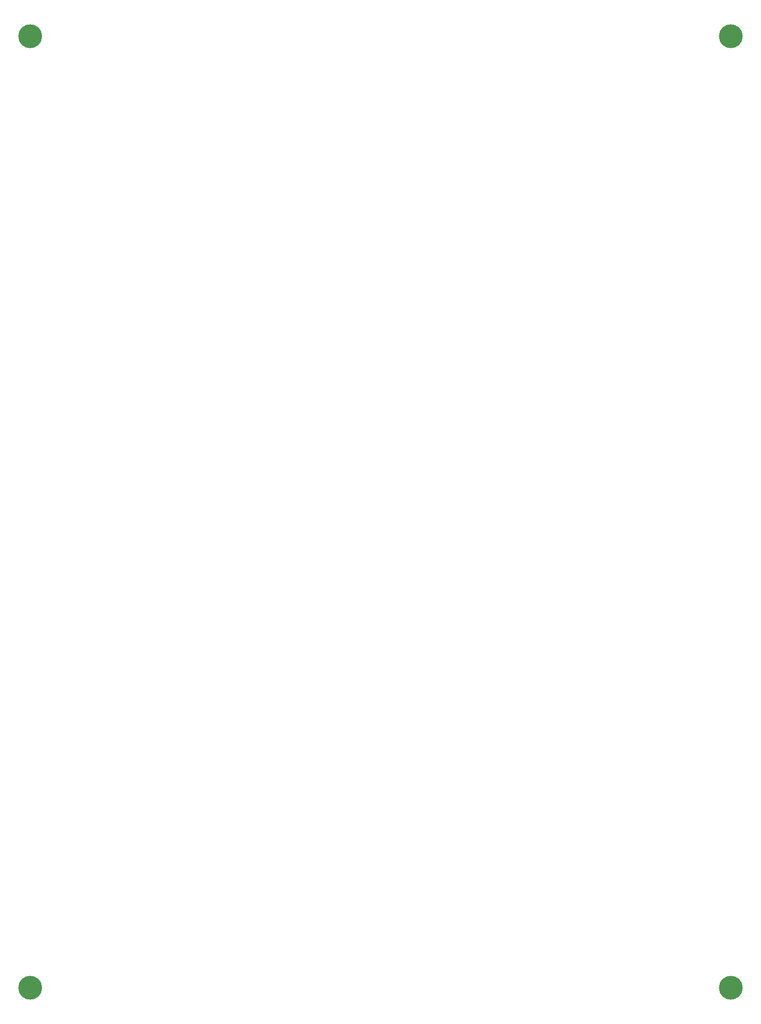
<source format=gbr>
%TF.GenerationSoftware,Altium Limited,Altium Designer,24.2.2 (26)*%
G04 Layer_Color=0*
%FSLAX25Y25*%
%MOIN*%
%TF.SameCoordinates,61B93A5C-ACDD-4E93-83ED-5FE4BE46D4D4*%
%TF.FilePolarity,Positive*%
%TF.FileFunction,NonPlated,1,2,NPTH,Drill*%
%TF.Part,Single*%
G01*
G75*
%TA.AperFunction,OtherDrill,Pad Free-3 (5866.142mil,433.071mil)*%
%ADD28C,0.15748*%
%TA.AperFunction,OtherDrill,Pad Free-3 (1220.473mil,433.071mil)*%
%ADD29C,0.15748*%
%TA.AperFunction,OtherDrill,Pad Free-3 (1220.472mil,6732.283mil)*%
%ADD30C,0.15748*%
%TA.AperFunction,OtherDrill,Pad Free-3 (5866.142mil,6732.283mil)*%
%ADD31C,0.15748*%
D28*
X586614Y43307D02*
D03*
D29*
X122047D02*
D03*
D30*
X122047Y673228D02*
D03*
D31*
X586614D02*
D03*
%TF.MD5,7237682ffb8087fa63c75483300249f0*%
M02*

</source>
